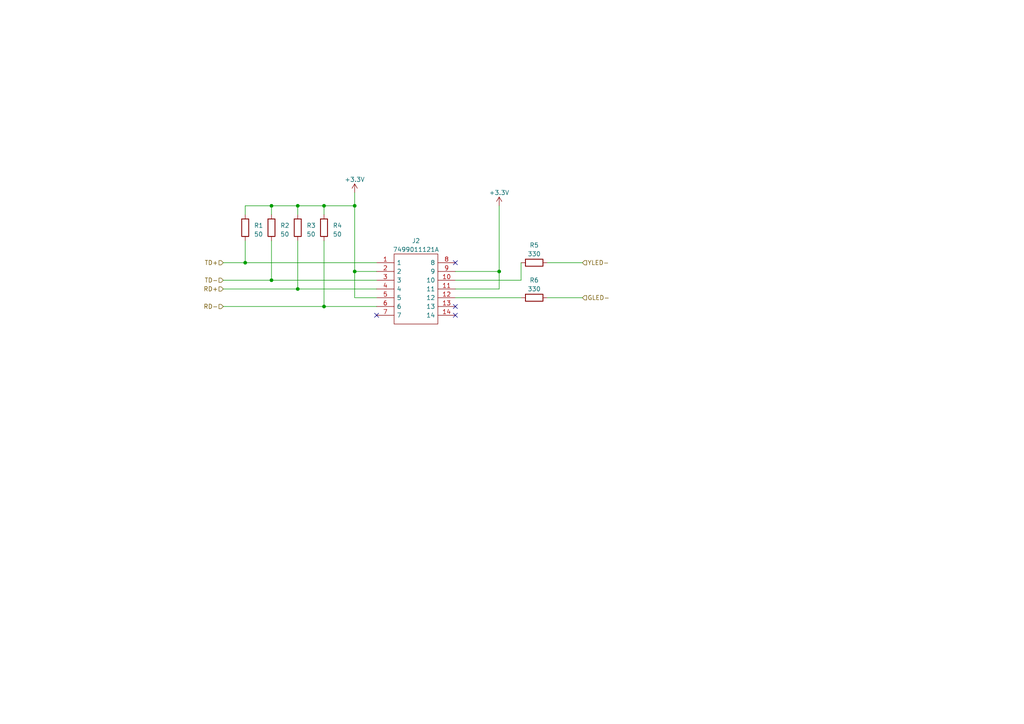
<source format=kicad_sch>
(kicad_sch (version 20230121) (generator eeschema)
  (paper "A4")
  (lib_symbols
    (symbol "7499011121A:7499011121A" (pin_names (offset 0.762))
      (property "Reference" "J" (at 19.05 7.62 0))
      (property "Value" "7499011121A" (at 19.05 5.08 0))
      (symbol "7499011121A_0_0"
        (pin passive line (at 0 0 0) (length 5.08) (name "1") (number "1"))
        (pin passive line (at 22.86 -5.08 180) (length 5.08) (name "10") (number "10"))
        (pin passive line (at 22.86 -7.62 180) (length 5.08) (name "11") (number "11"))
        (pin passive line (at 22.86 -10.16 180) (length 5.08) (name "12") (number "12"))
        (pin passive line (at 22.86 -12.7 180) (length 5.08) (name "13") (number "13"))
        (pin passive line (at 22.86 -15.24 180) (length 5.08) (name "14") (number "14"))
        (pin passive line (at 0 -2.54 0) (length 5.08) (name "2") (number "2"))
        (pin passive line (at 0 -5.08 0) (length 5.08) (name "3") (number "3"))
        (pin passive line (at 0 -7.62 0) (length 5.08) (name "4") (number "4"))
        (pin passive line (at 0 -10.16 0) (length 5.08) (name "5") (number "5"))
        (pin passive line (at 0 -12.7 0) (length 5.08) (name "6") (number "6"))
        (pin passive line (at 0 -15.24 0) (length 5.08) (name "7") (number "7"))
        (pin passive line (at 22.86 0 180) (length 5.08) (name "8") (number "8"))
        (pin passive line (at 22.86 -2.54 180) (length 5.08) (name "9") (number "9"))
      )
      (symbol "7499011121A_0_1"
        (polyline (pts (xy 5.08 2.54) (xy 17.78 2.54) (xy 17.78 -17.78) (xy 5.08 -17.78) (xy 5.08 2.54)) (stroke (width 0.1524)))
      )
    )
    (symbol "Device:R" (pin_numbers hide) (pin_names (offset 0))
      (property "Reference" "R" (at 2.032 0 90))
      (property "Value" "R" (at 0 0 90))
      (symbol "R_0_1"
        (rectangle (start -1.016 -2.54) (end 1.016 2.54) (stroke (width 0.254)))
      )
      (symbol "R_1_1"
        (pin passive line (at 0 3.81 270) (length 1.27) (name "~") (number "1"))
        (pin passive line (at 0 -3.81 90) (length 1.27) (name "~") (number "2"))
      )
    )
    (symbol "power:+3.3V" (power) (pin_names (offset 0))
      (property "Value" "+3.3V" (at 0 3.556 0))
      (symbol "+3.3V_0_1"
        (polyline (pts (xy -0.762 1.27) (xy 0 2.54)))
        (polyline (pts (xy 0 0) (xy 0 2.54)))
        (polyline (pts (xy 0 2.54) (xy 0.762 1.27)))
      )
      (symbol "+3.3V_1_1"
        (pin power_in line (at 0 0 90) (length 0) hide (name "+3.3V") (number "1"))
      )
    )
  )
  (junction (at 78.74 81.28))
  (junction (at 102.87 59.69))
  (junction (at 93.98 88.9))
  (junction (at 86.36 59.69))
  (junction (at 144.78 78.74))
  (junction (at 102.87 78.74))
  (junction (at 93.98 59.69))
  (junction (at 71.12 76.2))
  (junction (at 86.36 83.82))
  (junction (at 78.74 59.69))
  (no_connect (at 132.08 88.9))
  (no_connect (at 132.08 76.2))
  (no_connect (at 132.08 91.44))
  (no_connect (at 109.22 91.44))
  (wire (pts (xy 132.08 83.82) (xy 144.78 83.82)))
  (wire (pts (xy 93.98 69.85) (xy 93.98 88.9)))
  (wire (pts (xy 78.74 59.69) (xy 86.36 59.69)))
  (wire (pts (xy 93.98 88.9) (xy 109.22 88.9)))
  (wire (pts (xy 86.36 69.85) (xy 86.36 83.82)))
  (wire (pts (xy 64.77 83.82) (xy 86.36 83.82)))
  (wire (pts (xy 151.13 81.28) (xy 132.08 81.28)))
  (wire (pts (xy 109.22 78.74) (xy 102.87 78.74)))
  (wire (pts (xy 93.98 59.69) (xy 102.87 59.69)))
  (wire (pts (xy 86.36 62.23) (xy 86.36 59.69)))
  (wire (pts (xy 93.98 62.23) (xy 93.98 59.69)))
  (wire (pts (xy 86.36 83.82) (xy 109.22 83.82)))
  (wire (pts (xy 151.13 76.2) (xy 151.13 81.28)))
  (wire (pts (xy 144.78 78.74) (xy 144.78 59.69)))
  (wire (pts (xy 64.77 81.28) (xy 78.74 81.28)))
  (wire (pts (xy 71.12 59.69) (xy 78.74 59.69)))
  (wire (pts (xy 64.77 88.9) (xy 93.98 88.9)))
  (wire (pts (xy 86.36 59.69) (xy 93.98 59.69)))
  (wire (pts (xy 78.74 69.85) (xy 78.74 81.28)))
  (wire (pts (xy 144.78 83.82) (xy 144.78 78.74)))
  (wire (pts (xy 71.12 62.23) (xy 71.12 59.69)))
  (wire (pts (xy 109.22 86.36) (xy 102.87 86.36)))
  (wire (pts (xy 158.75 76.2) (xy 168.91 76.2)))
  (wire (pts (xy 102.87 86.36) (xy 102.87 78.74)))
  (wire (pts (xy 64.77 76.2) (xy 71.12 76.2)))
  (wire (pts (xy 102.87 55.88) (xy 102.87 59.69)))
  (wire (pts (xy 132.08 78.74) (xy 144.78 78.74)))
  (wire (pts (xy 78.74 81.28) (xy 109.22 81.28)))
  (wire (pts (xy 71.12 76.2) (xy 109.22 76.2)))
  (wire (pts (xy 78.74 62.23) (xy 78.74 59.69)))
  (wire (pts (xy 71.12 69.85) (xy 71.12 76.2)))
  (wire (pts (xy 158.75 86.36) (xy 168.91 86.36)))
  (wire (pts (xy 132.08 86.36) (xy 151.13 86.36)))
  (wire (pts (xy 102.87 59.69) (xy 102.87 78.74)))
  (hierarchical_label "RD+" (shape input) (at 64.77 83.82 180))
  (hierarchical_label "GLED-" (shape input) (at 168.91 86.36 0))
  (hierarchical_label "RD-" (shape input) (at 64.77 88.9 180))
  (hierarchical_label "TD+" (shape input) (at 64.77 76.2 180))
  (hierarchical_label "YLED-" (shape input) (at 168.91 76.2 0))
  (hierarchical_label "TD-" (shape input) (at 64.77 81.28 180))
  (symbol (lib_id "Device:R") (at 78.74 66.04 0) (unit 1)
    (property "Reference" "R2" (at 81.28 65.405 0) (effects (justify left)))
    (property "Value" "50" (at 81.28 67.945 0) (effects (justify left)))
    (property "Footprint" "Resistor_SMD:R_0603_1608Metric_Pad0.98x0.95mm_HandSolder" (effects hide))
  )
  (symbol (lib_id "Device:R") (at 154.94 86.36 90) (unit 1)
    (property "Reference" "R6" (at 154.94 81.28 90))
    (property "Value" "330" (at 154.94 83.82 90))
    (property "Footprint" "Resistor_SMD:R_0603_1608Metric_Pad0.98x0.95mm_HandSolder" (effects hide))
  )
  (symbol (lib_id "7499011121A:7499011121A") (at 109.22 76.2 0) (unit 1)
    (property "Reference" "J2" (at 120.65 69.85 0))
    (property "Value" "7499011121A" (at 120.65 72.39 0))
    (property "Footprint" "KiCad:7499011121A" (effects hide))
    (property "Datasheet" "https://katalog.we-online.com/pbs/datasheet/7499011121A.pdf" (effects hide))
    (property "Description" "Wurth Elektronik Through Hole RJ45 Connector Female" (effects hide))
    (property "Height" "13" (effects hide))
    (property "Mouser Part Number" "710-7499011121A" (effects hide))
    (property "Mouser Price/Stock" "https://www.mouser.co.uk/ProductDetail/Wurth-Elektronik/7499011121A?qs=SaTeGCoDkn2VpWS6B7hWdg%3D%3D" (effects hide))
    (property "Manufacturer_Name" "Wurth Elektronik" (effects hide))
    (property "Manufacturer_Part_Number" "7499011121A" (effects hide))
  )
  (symbol (lib_id "Device:R") (at 93.98 66.04 0) (unit 1)
    (property "Reference" "R4" (at 96.52 65.405 0) (effects (justify left)))
    (property "Value" "50" (at 96.52 67.945 0) (effects (justify left)))
    (property "Footprint" "Resistor_SMD:R_0603_1608Metric_Pad0.98x0.95mm_HandSolder" (effects hide))
  )
  (symbol (lib_id "power:+3.3V") (at 144.78 59.69 0) (unit 1)
    (property "Reference" "#PWR01" (effects hide))
    (property "Value" "+3.3V" (at 144.78 55.88 0))
  )
  (symbol (lib_id "Device:R") (at 86.36 66.04 0) (unit 1)
    (property "Reference" "R3" (at 88.9 65.405 0) (effects (justify left)))
    (property "Value" "50" (at 88.9 67.945 0) (effects (justify left)))
    (property "Footprint" "Resistor_SMD:R_0603_1608Metric_Pad0.98x0.95mm_HandSolder" (effects hide))
  )
  (symbol (lib_id "Device:R") (at 154.94 76.2 90) (unit 1)
    (property "Reference" "R5" (at 154.94 71.12 90))
    (property "Value" "330" (at 154.94 73.66 90))
    (property "Footprint" "Resistor_SMD:R_0603_1608Metric_Pad0.98x0.95mm_HandSolder" (effects hide))
  )
  (symbol (lib_id "Device:R") (at 71.12 66.04 0) (unit 1)
    (property "Reference" "R1" (at 73.66 65.405 0) (effects (justify left)))
    (property "Value" "50" (at 73.66 67.945 0) (effects (justify left)))
    (property "Footprint" "Resistor_SMD:R_0603_1608Metric_Pad0.98x0.95mm_HandSolder" (effects hide))
  )
  (symbol (lib_id "power:+3.3V") (at 102.87 55.88 0) (unit 1)
    (property "Reference" "#PWR02" (effects hide))
    (property "Value" "+3.3V" (at 102.87 52.07 0))
  )
)
</source>
